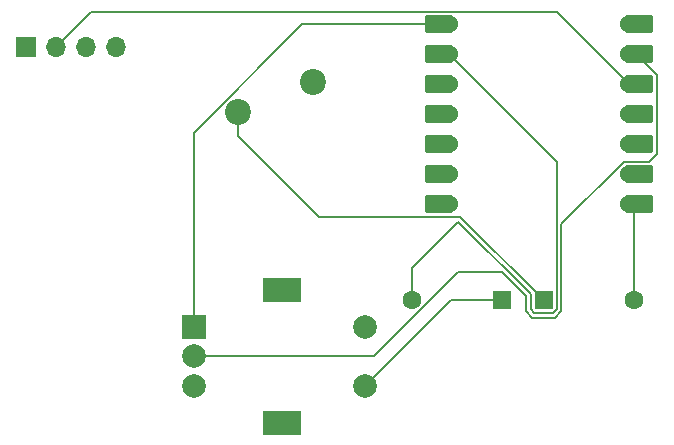
<source format=gbr>
%TF.GenerationSoftware,KiCad,Pcbnew,9.0.2*%
%TF.CreationDate,2025-06-27T15:59:54-04:00*%
%TF.ProjectId,PassPad_KiCAD,50617373-5061-4645-9f4b-694341442e6b,rev?*%
%TF.SameCoordinates,Original*%
%TF.FileFunction,Copper,L1,Top*%
%TF.FilePolarity,Positive*%
%FSLAX46Y46*%
G04 Gerber Fmt 4.6, Leading zero omitted, Abs format (unit mm)*
G04 Created by KiCad (PCBNEW 9.0.2) date 2025-06-27 15:59:54*
%MOMM*%
%LPD*%
G01*
G04 APERTURE LIST*
G04 Aperture macros list*
%AMRoundRect*
0 Rectangle with rounded corners*
0 $1 Rounding radius*
0 $2 $3 $4 $5 $6 $7 $8 $9 X,Y pos of 4 corners*
0 Add a 4 corners polygon primitive as box body*
4,1,4,$2,$3,$4,$5,$6,$7,$8,$9,$2,$3,0*
0 Add four circle primitives for the rounded corners*
1,1,$1+$1,$2,$3*
1,1,$1+$1,$4,$5*
1,1,$1+$1,$6,$7*
1,1,$1+$1,$8,$9*
0 Add four rect primitives between the rounded corners*
20,1,$1+$1,$2,$3,$4,$5,0*
20,1,$1+$1,$4,$5,$6,$7,0*
20,1,$1+$1,$6,$7,$8,$9,0*
20,1,$1+$1,$8,$9,$2,$3,0*%
G04 Aperture macros list end*
%TA.AperFunction,SMDPad,CuDef*%
%ADD10RoundRect,0.152400X1.063600X0.609600X-1.063600X0.609600X-1.063600X-0.609600X1.063600X-0.609600X0*%
%TD*%
%TA.AperFunction,ComponentPad*%
%ADD11C,1.524000*%
%TD*%
%TA.AperFunction,SMDPad,CuDef*%
%ADD12RoundRect,0.152400X-1.063600X-0.609600X1.063600X-0.609600X1.063600X0.609600X-1.063600X0.609600X0*%
%TD*%
%TA.AperFunction,ComponentPad*%
%ADD13C,2.200000*%
%TD*%
%TA.AperFunction,ComponentPad*%
%ADD14C,2.000000*%
%TD*%
%TA.AperFunction,ComponentPad*%
%ADD15R,3.200000X2.000000*%
%TD*%
%TA.AperFunction,ComponentPad*%
%ADD16R,2.000000X2.000000*%
%TD*%
%TA.AperFunction,ComponentPad*%
%ADD17R,1.700000X1.700000*%
%TD*%
%TA.AperFunction,ComponentPad*%
%ADD18O,1.700000X1.700000*%
%TD*%
%TA.AperFunction,ComponentPad*%
%ADD19RoundRect,0.250000X0.550000X0.550000X-0.550000X0.550000X-0.550000X-0.550000X0.550000X-0.550000X0*%
%TD*%
%TA.AperFunction,ComponentPad*%
%ADD20C,1.600000*%
%TD*%
%TA.AperFunction,ComponentPad*%
%ADD21RoundRect,0.250000X-0.550000X-0.550000X0.550000X-0.550000X0.550000X0.550000X-0.550000X0.550000X0*%
%TD*%
%TA.AperFunction,Conductor*%
%ADD22C,0.200000*%
%TD*%
G04 APERTURE END LIST*
D10*
%TO.P,U1,1,P26/A0/D0*%
%TO.N,Net-(U1-P26{slash}A0{slash}D0)*%
X142134086Y-71894350D03*
D11*
X142969086Y-71894350D03*
D10*
%TO.P,U1,2,P27/A1/D1*%
%TO.N,Net-(D3-A)*%
X142134086Y-74434350D03*
D11*
X142969086Y-74434350D03*
D10*
%TO.P,U1,3,P28/A2/D2*%
%TO.N,Net-(U1-P28{slash}A2{slash}D2)*%
X142134086Y-76974350D03*
D11*
X142969086Y-76974350D03*
D10*
%TO.P,U1,4,P29/A3/D3*%
%TO.N,Net-(J1-Pin_3)*%
X142134086Y-79514350D03*
D11*
X142969086Y-79514350D03*
D10*
%TO.P,U1,5,P6/SDA/D4*%
%TO.N,Net-(J1-Pin_4)*%
X142134086Y-82054350D03*
D11*
X142969086Y-82054350D03*
D10*
%TO.P,U1,6,P7/SCL/D5*%
%TO.N,unconnected-(U1-P7{slash}SCL{slash}D5-Pad6)*%
X142134086Y-84594350D03*
D11*
%TO.N,unconnected-(U1-P7{slash}SCL{slash}D5-Pad6)_1*%
X142969086Y-84594350D03*
D10*
%TO.P,U1,7,P0//TX/D6*%
%TO.N,unconnected-(U1-P0{slash}{slash}TX{slash}D6-Pad7)_1*%
X142134086Y-87134350D03*
D11*
%TO.N,unconnected-(U1-P0{slash}{slash}TX{slash}D6-Pad7)*%
X142969086Y-87134350D03*
%TO.P,U1,8,D7/CSB/P1/RX*%
%TO.N,Net-(D1-A)*%
X158209086Y-87134350D03*
D12*
X159044086Y-87134350D03*
D11*
%TO.P,U1,9,D8/SCK/P2*%
%TO.N,unconnected-(U1-D8{slash}SCK{slash}P2-Pad9)*%
X158209086Y-84594350D03*
D12*
%TO.N,unconnected-(U1-D8{slash}SCK{slash}P2-Pad9)_1*%
X159044086Y-84594350D03*
D11*
%TO.P,U1,10,D9/MISO/P4*%
%TO.N,unconnected-(U1-D9{slash}MISO{slash}P4-Pad10)*%
X158209086Y-82054350D03*
D12*
%TO.N,unconnected-(U1-D9{slash}MISO{slash}P4-Pad10)_1*%
X159044086Y-82054350D03*
D11*
%TO.P,U1,11,D10/MOSI/P3*%
%TO.N,unconnected-(U1-D10{slash}MOSI{slash}P3-Pad11)*%
X158209086Y-79514350D03*
D12*
%TO.N,unconnected-(U1-D10{slash}MOSI{slash}P3-Pad11)_1*%
X159044086Y-79514350D03*
D11*
%TO.P,U1,12,3V3*%
%TO.N,+3V3*%
X158209086Y-76974350D03*
D12*
X159044086Y-76974350D03*
D11*
%TO.P,U1,13,GND*%
%TO.N,GND*%
X158209086Y-74434350D03*
D12*
X159044086Y-74434350D03*
D11*
%TO.P,U1,14,5V*%
%TO.N,unconnected-(U1-5V-Pad14)*%
X158209086Y-71894350D03*
D12*
%TO.N,unconnected-(U1-5V-Pad14)_1*%
X159044086Y-71894350D03*
%TD*%
D13*
%TO.P,SW2,1,1*%
%TO.N,GND*%
X131443450Y-76741028D03*
%TO.P,SW2,2,2*%
%TO.N,Net-(D1-K)*%
X125093450Y-79281028D03*
%TD*%
D14*
%TO.P,SW1,S1,S1*%
%TO.N,Net-(D3-K)*%
X135837500Y-102512500D03*
%TO.P,SW1,S2,S2*%
%TO.N,GND*%
X135837500Y-97512500D03*
D15*
%TO.P,SW1,MP*%
%TO.N,N/C*%
X128837500Y-105612500D03*
X128837500Y-94412500D03*
D14*
%TO.P,SW1,B,B*%
%TO.N,Net-(U1-P28{slash}A2{slash}D2)*%
X121337500Y-102512500D03*
%TO.P,SW1,C,C*%
%TO.N,GND*%
X121337500Y-100012500D03*
D16*
%TO.P,SW1,A,A*%
%TO.N,Net-(U1-P26{slash}A0{slash}D0)*%
X121337500Y-97512500D03*
%TD*%
D17*
%TO.P,J1,1,Pin_1*%
%TO.N,GND*%
X107156250Y-73818750D03*
D18*
%TO.P,J1,2,Pin_2*%
%TO.N,+3V3*%
X109696250Y-73818750D03*
%TO.P,J1,3,Pin_3*%
%TO.N,Net-(J1-Pin_3)*%
X112236250Y-73818750D03*
%TO.P,J1,4,Pin_4*%
%TO.N,Net-(J1-Pin_4)*%
X114776250Y-73818750D03*
%TD*%
D19*
%TO.P,D3,1,K*%
%TO.N,Net-(D3-K)*%
X147442889Y-95218922D03*
D20*
%TO.P,D3,2,A*%
%TO.N,Net-(D3-A)*%
X139822889Y-95218922D03*
%TD*%
D21*
%TO.P,D1,1,K*%
%TO.N,Net-(D1-K)*%
X150971250Y-95250000D03*
D20*
%TO.P,D1,2,A*%
%TO.N,Net-(D1-A)*%
X158591250Y-95250000D03*
%TD*%
D22*
%TO.N,GND*%
X121337500Y-100012500D02*
X136586361Y-100012500D01*
X143752500Y-92846361D02*
X147433411Y-92846361D01*
X136586361Y-100012500D02*
X143752500Y-92846361D01*
X152473250Y-88826876D02*
X157768776Y-83531350D01*
X157768776Y-83531350D02*
X159885712Y-83531350D01*
X147433411Y-92846361D02*
X149469250Y-94882200D01*
X149469250Y-94882200D02*
X149469250Y-96201260D01*
X149469250Y-96201260D02*
X150019990Y-96752000D01*
X150019990Y-96752000D02*
X151922510Y-96752000D01*
X151922510Y-96752000D02*
X152473250Y-96201260D01*
X152473250Y-96201260D02*
X152473250Y-88826876D01*
X159885712Y-83531350D02*
X160561086Y-82855976D01*
X160561086Y-82855976D02*
X160561086Y-76172724D01*
X160561086Y-76172724D02*
X158822712Y-74434350D01*
X158822712Y-74434350D02*
X158209086Y-74434350D01*
%TO.N,Net-(U1-P26{slash}A0{slash}D0)*%
X121337500Y-97512500D02*
X121337500Y-81055664D01*
X121337500Y-81055664D02*
X130498814Y-71894350D01*
X130498814Y-71894350D02*
X142969086Y-71894350D01*
%TO.N,Net-(D3-A)*%
X139822889Y-95218922D02*
X139822889Y-92527961D01*
X139822889Y-92527961D02*
X143752500Y-88598350D01*
X143752500Y-88598350D02*
X149870250Y-94716100D01*
X149870250Y-94716100D02*
X149870250Y-96035160D01*
X149870250Y-96035160D02*
X150186090Y-96351000D01*
X150186090Y-96351000D02*
X151756410Y-96351000D01*
X151756410Y-96351000D02*
X152072250Y-96035160D01*
X152072250Y-83537514D02*
X142969086Y-74434350D01*
X152072250Y-96035160D02*
X152072250Y-83537514D01*
%TO.N,Net-(D3-K)*%
X147442889Y-95218922D02*
X143131078Y-95218922D01*
X143131078Y-95218922D02*
X135837500Y-102512500D01*
%TO.N,Net-(D1-K)*%
X150971250Y-95250000D02*
X143918600Y-88197350D01*
X143918600Y-88197350D02*
X131954956Y-88197350D01*
X125093450Y-81335844D02*
X125093450Y-79281028D01*
X131954956Y-88197350D02*
X125093450Y-81335844D01*
%TO.N,Net-(D1-A)*%
X158591250Y-95250000D02*
X158591250Y-87516514D01*
X158591250Y-87516514D02*
X158209086Y-87134350D01*
%TO.N,+3V3*%
X109696250Y-73818750D02*
X112683650Y-70831350D01*
X112683650Y-70831350D02*
X152066086Y-70831350D01*
X152066086Y-70831350D02*
X158209086Y-76974350D01*
%TD*%
M02*

</source>
